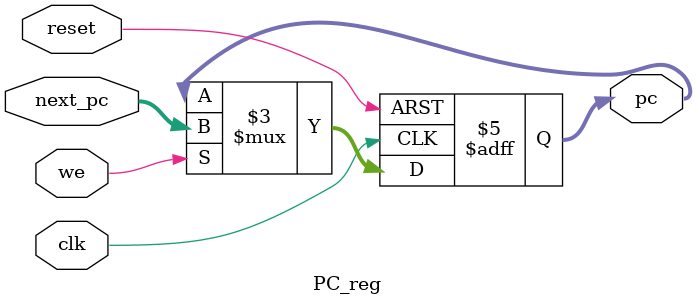
<source format=v>
`timescale 1ns / 1ps


module PC_reg(
	input [31:0] next_pc,
	input clk,
	input reset,
	input we,
	output reg [31:0] pc
    );
    
    initial begin
        pc <= 32'b0;
    end
    
    always @(posedge clk or posedge reset) begin
        if(reset) pc <= 32'b0;
        else if(we) pc <= next_pc;
	end
    
endmodule

</source>
